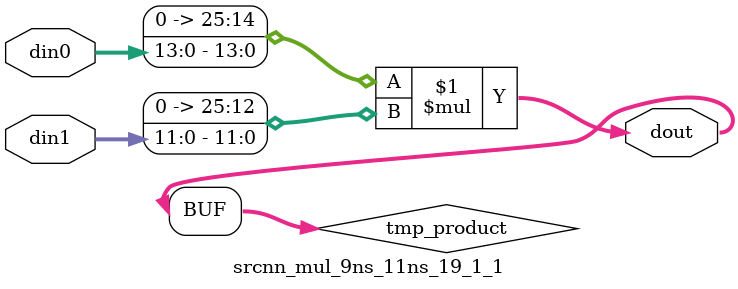
<source format=v>

`timescale 1 ns / 1 ps

  module srcnn_mul_9ns_11ns_19_1_1(din0, din1, dout);
parameter ID = 1;
parameter NUM_STAGE = 0;
parameter din0_WIDTH = 14;
parameter din1_WIDTH = 12;
parameter dout_WIDTH = 26;

input [din0_WIDTH - 1 : 0] din0; 
input [din1_WIDTH - 1 : 0] din1; 
output [dout_WIDTH - 1 : 0] dout;

wire signed [dout_WIDTH - 1 : 0] tmp_product;










assign tmp_product = $signed({1'b0, din0}) * $signed({1'b0, din1});











assign dout = tmp_product;







endmodule

</source>
